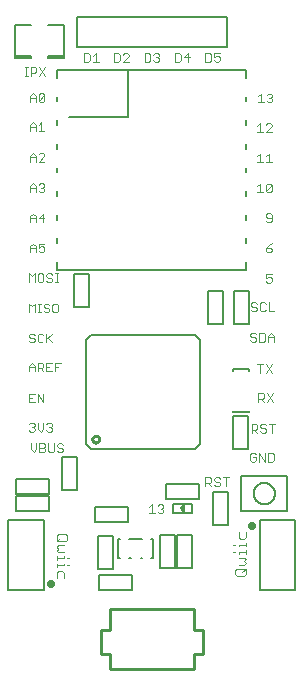
<source format=gbr>
G04 EAGLE Gerber RS-274X export*
G75*
%MOMM*%
%FSLAX34Y34*%
%LPD*%
%AMOC8*
5,1,8,0,0,1.08239X$1,22.5*%
G01*
%ADD10C,0.076200*%
%ADD11C,0.101600*%
%ADD12C,0.127000*%
%ADD13C,0.203200*%
%ADD14C,0.254000*%
%ADD15C,0.200000*%
%ADD16C,0.152400*%
%ADD17C,0.718419*%


D10*
X219601Y217805D02*
X219601Y225177D01*
X223287Y225177D01*
X224516Y223949D01*
X224516Y221491D01*
X223287Y220262D01*
X219601Y220262D01*
X222058Y220262D02*
X224516Y217805D01*
X232000Y217805D02*
X227085Y225177D01*
X232000Y225177D02*
X227085Y217805D01*
X219093Y476212D02*
X221550Y478669D01*
X221550Y471297D01*
X219093Y471297D02*
X224008Y471297D01*
X226577Y477441D02*
X227806Y478669D01*
X230263Y478669D01*
X231492Y477441D01*
X231492Y476212D01*
X230263Y474983D01*
X229034Y474983D01*
X230263Y474983D02*
X231492Y473754D01*
X231492Y472526D01*
X230263Y471297D01*
X227806Y471297D01*
X226577Y472526D01*
X221042Y453523D02*
X218585Y451066D01*
X221042Y453523D02*
X221042Y446151D01*
X218585Y446151D02*
X223500Y446151D01*
X226069Y446151D02*
X230984Y446151D01*
X226069Y446151D02*
X230984Y451066D01*
X230984Y452295D01*
X229755Y453523D01*
X227298Y453523D01*
X226069Y452295D01*
X221042Y427869D02*
X218585Y425412D01*
X221042Y427869D02*
X221042Y420497D01*
X218585Y420497D02*
X223500Y420497D01*
X226069Y425412D02*
X228526Y427869D01*
X228526Y420497D01*
X226069Y420497D02*
X230984Y420497D01*
X221042Y402469D02*
X218585Y400012D01*
X221042Y402469D02*
X221042Y395097D01*
X218585Y395097D02*
X223500Y395097D01*
X226069Y396326D02*
X226069Y401241D01*
X227298Y402469D01*
X229755Y402469D01*
X230984Y401241D01*
X230984Y396326D01*
X229755Y395097D01*
X227298Y395097D01*
X226069Y396326D01*
X230984Y401241D01*
X226069Y371180D02*
X227298Y369951D01*
X229755Y369951D01*
X230984Y371180D01*
X230984Y376095D01*
X229755Y377323D01*
X227298Y377323D01*
X226069Y376095D01*
X226069Y374866D01*
X227298Y373637D01*
X230984Y373637D01*
X230984Y351923D02*
X228526Y350695D01*
X226069Y348237D01*
X226069Y345780D01*
X227298Y344551D01*
X229755Y344551D01*
X230984Y345780D01*
X230984Y347008D01*
X229755Y348237D01*
X226069Y348237D01*
X226069Y326015D02*
X230984Y326015D01*
X226069Y326015D02*
X226069Y322329D01*
X228526Y323558D01*
X229755Y323558D01*
X230984Y322329D01*
X230984Y319872D01*
X229755Y318643D01*
X227298Y318643D01*
X226069Y319872D01*
X217073Y301885D02*
X218301Y300657D01*
X217073Y301885D02*
X214615Y301885D01*
X213387Y300657D01*
X213387Y299428D01*
X214615Y298199D01*
X217073Y298199D01*
X218301Y296970D01*
X218301Y295742D01*
X217073Y294513D01*
X214615Y294513D01*
X213387Y295742D01*
X224557Y301885D02*
X225786Y300657D01*
X224557Y301885D02*
X222099Y301885D01*
X220871Y300657D01*
X220871Y295742D01*
X222099Y294513D01*
X224557Y294513D01*
X225786Y295742D01*
X228355Y294513D02*
X228355Y301885D01*
X228355Y294513D02*
X233270Y294513D01*
X216565Y275977D02*
X217793Y274749D01*
X216565Y275977D02*
X214107Y275977D01*
X212879Y274749D01*
X212879Y273520D01*
X214107Y272291D01*
X216565Y272291D01*
X217793Y271062D01*
X217793Y269834D01*
X216565Y268605D01*
X214107Y268605D01*
X212879Y269834D01*
X220363Y268605D02*
X220363Y275977D01*
X220363Y268605D02*
X224049Y268605D01*
X225278Y269834D01*
X225278Y274749D01*
X224049Y275977D01*
X220363Y275977D01*
X227847Y273520D02*
X227847Y268605D01*
X227847Y273520D02*
X230304Y275977D01*
X232762Y273520D01*
X232762Y268605D01*
X232762Y272291D02*
X227847Y272291D01*
X221042Y249307D02*
X221042Y241935D01*
X218585Y249307D02*
X223500Y249307D01*
X226069Y249307D02*
X230984Y241935D01*
X226069Y241935D02*
X230984Y249307D01*
X213895Y199015D02*
X213895Y191643D01*
X213895Y199015D02*
X217581Y199015D01*
X218809Y197787D01*
X218809Y195329D01*
X217581Y194100D01*
X213895Y194100D01*
X216352Y194100D02*
X218809Y191643D01*
X225065Y199015D02*
X226294Y197787D01*
X225065Y199015D02*
X222607Y199015D01*
X221379Y197787D01*
X221379Y196558D01*
X222607Y195329D01*
X225065Y195329D01*
X226294Y194100D01*
X226294Y192872D01*
X225065Y191643D01*
X222607Y191643D01*
X221379Y192872D01*
X231320Y191643D02*
X231320Y199015D01*
X228863Y199015D02*
X233778Y199015D01*
X216311Y174377D02*
X217539Y173149D01*
X216311Y174377D02*
X213853Y174377D01*
X212625Y173149D01*
X212625Y168234D01*
X213853Y167005D01*
X216311Y167005D01*
X217539Y168234D01*
X217539Y170691D01*
X215082Y170691D01*
X220109Y167005D02*
X220109Y174377D01*
X225024Y167005D01*
X225024Y174377D01*
X227593Y174377D02*
X227593Y167005D01*
X231279Y167005D01*
X232508Y168234D01*
X232508Y173149D01*
X231279Y174377D01*
X227593Y174377D01*
X174779Y153803D02*
X174779Y146431D01*
X174779Y153803D02*
X178465Y153803D01*
X179693Y152575D01*
X179693Y150117D01*
X178465Y148888D01*
X174779Y148888D01*
X177236Y148888D02*
X179693Y146431D01*
X185949Y153803D02*
X187178Y152575D01*
X185949Y153803D02*
X183491Y153803D01*
X182263Y152575D01*
X182263Y151346D01*
X183491Y150117D01*
X185949Y150117D01*
X187178Y148888D01*
X187178Y147660D01*
X185949Y146431D01*
X183491Y146431D01*
X182263Y147660D01*
X192204Y146431D02*
X192204Y153803D01*
X189747Y153803D02*
X194662Y153803D01*
D11*
X56395Y105664D02*
X50293Y105664D01*
X56395Y105664D02*
X57920Y104139D01*
X57920Y101088D01*
X56395Y99563D01*
X50293Y99563D01*
X48768Y101088D01*
X48768Y104139D01*
X50293Y105664D01*
X51819Y102613D02*
X48768Y99563D01*
X50293Y96309D02*
X54869Y96309D01*
X50293Y96309D02*
X48768Y94784D01*
X50293Y93258D01*
X48768Y91733D01*
X50293Y90208D01*
X54869Y90208D01*
X54869Y86954D02*
X54869Y85428D01*
X48768Y85428D01*
X48768Y83903D02*
X48768Y86954D01*
X57920Y85428D02*
X59445Y85428D01*
X54869Y80717D02*
X54869Y79192D01*
X48768Y79192D01*
X48768Y80717D02*
X48768Y77666D01*
X57920Y79192D02*
X59445Y79192D01*
X54869Y72955D02*
X54869Y68379D01*
X54869Y72955D02*
X53344Y74480D01*
X50293Y74480D01*
X48768Y72955D01*
X48768Y68379D01*
X201416Y70358D02*
X207517Y70358D01*
X201416Y70358D02*
X199890Y71883D01*
X199890Y74934D01*
X201416Y76459D01*
X207517Y76459D01*
X209042Y74934D01*
X209042Y71883D01*
X207517Y70358D01*
X205991Y73409D02*
X209042Y76459D01*
X207517Y79713D02*
X202941Y79713D01*
X207517Y79713D02*
X209042Y81238D01*
X207517Y82764D01*
X209042Y84289D01*
X207517Y85814D01*
X202941Y85814D01*
X202941Y89068D02*
X202941Y90594D01*
X209042Y90594D01*
X209042Y92119D02*
X209042Y89068D01*
X199890Y90594D02*
X198365Y90594D01*
X202941Y95305D02*
X202941Y96830D01*
X209042Y96830D01*
X209042Y95305D02*
X209042Y98356D01*
X199890Y96830D02*
X198365Y96830D01*
X202941Y103067D02*
X202941Y107643D01*
X202941Y103067D02*
X204466Y101542D01*
X207517Y101542D01*
X209042Y103067D01*
X209042Y107643D01*
D10*
X26797Y177590D02*
X26797Y182505D01*
X26797Y177590D02*
X29254Y175133D01*
X31712Y177590D01*
X31712Y182505D01*
X34281Y182505D02*
X34281Y175133D01*
X34281Y182505D02*
X37967Y182505D01*
X39196Y181277D01*
X39196Y180048D01*
X37967Y178819D01*
X39196Y177590D01*
X39196Y176362D01*
X37967Y175133D01*
X34281Y175133D01*
X34281Y178819D02*
X37967Y178819D01*
X41765Y176362D02*
X41765Y182505D01*
X41765Y176362D02*
X42994Y175133D01*
X45451Y175133D01*
X46680Y176362D01*
X46680Y182505D01*
X52936Y182505D02*
X54164Y181277D01*
X52936Y182505D02*
X50478Y182505D01*
X49249Y181277D01*
X49249Y180048D01*
X50478Y178819D01*
X52936Y178819D01*
X54164Y177590D01*
X54164Y176362D01*
X52936Y175133D01*
X50478Y175133D01*
X49249Y176362D01*
X26502Y199777D02*
X25273Y198549D01*
X26502Y199777D02*
X28959Y199777D01*
X30188Y198549D01*
X30188Y197320D01*
X28959Y196091D01*
X27730Y196091D01*
X28959Y196091D02*
X30188Y194862D01*
X30188Y193634D01*
X28959Y192405D01*
X26502Y192405D01*
X25273Y193634D01*
X32757Y194862D02*
X32757Y199777D01*
X32757Y194862D02*
X35215Y192405D01*
X37672Y194862D01*
X37672Y199777D01*
X40241Y198549D02*
X41470Y199777D01*
X43927Y199777D01*
X45156Y198549D01*
X45156Y197320D01*
X43927Y196091D01*
X42699Y196091D01*
X43927Y196091D02*
X45156Y194862D01*
X45156Y193634D01*
X43927Y192405D01*
X41470Y192405D01*
X40241Y193634D01*
X30188Y224669D02*
X25273Y224669D01*
X25273Y217297D01*
X30188Y217297D01*
X27730Y220983D02*
X25273Y220983D01*
X32757Y217297D02*
X32757Y224669D01*
X37672Y217297D01*
X37672Y224669D01*
X25273Y243459D02*
X25273Y248374D01*
X27730Y250831D01*
X30188Y248374D01*
X30188Y243459D01*
X30188Y247145D02*
X25273Y247145D01*
X32757Y243459D02*
X32757Y250831D01*
X36443Y250831D01*
X37672Y249603D01*
X37672Y247145D01*
X36443Y245916D01*
X32757Y245916D01*
X35215Y245916D02*
X37672Y243459D01*
X40241Y250831D02*
X45156Y250831D01*
X40241Y250831D02*
X40241Y243459D01*
X45156Y243459D01*
X42699Y247145D02*
X40241Y247145D01*
X47725Y243459D02*
X47725Y250831D01*
X52640Y250831D01*
X50183Y247145D02*
X47725Y247145D01*
X30188Y274241D02*
X28959Y275469D01*
X26502Y275469D01*
X25273Y274241D01*
X25273Y273012D01*
X26502Y271783D01*
X28959Y271783D01*
X30188Y270554D01*
X30188Y269326D01*
X28959Y268097D01*
X26502Y268097D01*
X25273Y269326D01*
X36443Y275469D02*
X37672Y274241D01*
X36443Y275469D02*
X33986Y275469D01*
X32757Y274241D01*
X32757Y269326D01*
X33986Y268097D01*
X36443Y268097D01*
X37672Y269326D01*
X40241Y268097D02*
X40241Y275469D01*
X40241Y270554D02*
X45156Y275469D01*
X41470Y271783D02*
X45156Y268097D01*
X25273Y293497D02*
X25273Y300869D01*
X27730Y298412D01*
X30188Y300869D01*
X30188Y293497D01*
X32757Y293497D02*
X35215Y293497D01*
X33986Y293497D02*
X33986Y300869D01*
X32757Y300869D02*
X35215Y300869D01*
X41433Y300869D02*
X42661Y299641D01*
X41433Y300869D02*
X38975Y300869D01*
X37747Y299641D01*
X37747Y298412D01*
X38975Y297183D01*
X41433Y297183D01*
X42661Y295954D01*
X42661Y294726D01*
X41433Y293497D01*
X38975Y293497D01*
X37747Y294726D01*
X46459Y300869D02*
X48917Y300869D01*
X46459Y300869D02*
X45231Y299641D01*
X45231Y294726D01*
X46459Y293497D01*
X48917Y293497D01*
X50146Y294726D01*
X50146Y299641D01*
X48917Y300869D01*
X25273Y319151D02*
X25273Y326523D01*
X27730Y324066D01*
X30188Y326523D01*
X30188Y319151D01*
X33986Y326523D02*
X36443Y326523D01*
X33986Y326523D02*
X32757Y325295D01*
X32757Y320380D01*
X33986Y319151D01*
X36443Y319151D01*
X37672Y320380D01*
X37672Y325295D01*
X36443Y326523D01*
X43927Y326523D02*
X45156Y325295D01*
X43927Y326523D02*
X41470Y326523D01*
X40241Y325295D01*
X40241Y324066D01*
X41470Y322837D01*
X43927Y322837D01*
X45156Y321608D01*
X45156Y320380D01*
X43927Y319151D01*
X41470Y319151D01*
X40241Y320380D01*
X47725Y319151D02*
X50183Y319151D01*
X48954Y319151D02*
X48954Y326523D01*
X47725Y326523D02*
X50183Y326523D01*
X26035Y344297D02*
X26035Y349212D01*
X28492Y351669D01*
X30950Y349212D01*
X30950Y344297D01*
X30950Y347983D02*
X26035Y347983D01*
X33519Y351669D02*
X38434Y351669D01*
X33519Y351669D02*
X33519Y347983D01*
X35977Y349212D01*
X37205Y349212D01*
X38434Y347983D01*
X38434Y345526D01*
X37205Y344297D01*
X34748Y344297D01*
X33519Y345526D01*
X26035Y369697D02*
X26035Y374612D01*
X28492Y377069D01*
X30950Y374612D01*
X30950Y369697D01*
X30950Y373383D02*
X26035Y373383D01*
X37205Y369697D02*
X37205Y377069D01*
X33519Y373383D01*
X38434Y373383D01*
X26035Y395351D02*
X26035Y400266D01*
X28492Y402723D01*
X30950Y400266D01*
X30950Y395351D01*
X30950Y399037D02*
X26035Y399037D01*
X33519Y401495D02*
X34748Y402723D01*
X37205Y402723D01*
X38434Y401495D01*
X38434Y400266D01*
X37205Y399037D01*
X35977Y399037D01*
X37205Y399037D02*
X38434Y397808D01*
X38434Y396580D01*
X37205Y395351D01*
X34748Y395351D01*
X33519Y396580D01*
X26035Y421005D02*
X26035Y425920D01*
X28492Y428377D01*
X30950Y425920D01*
X30950Y421005D01*
X30950Y424691D02*
X26035Y424691D01*
X33519Y421005D02*
X38434Y421005D01*
X33519Y421005D02*
X38434Y425920D01*
X38434Y427149D01*
X37205Y428377D01*
X34748Y428377D01*
X33519Y427149D01*
X26035Y446913D02*
X26035Y451828D01*
X28492Y454285D01*
X30950Y451828D01*
X30950Y446913D01*
X30950Y450599D02*
X26035Y450599D01*
X33519Y451828D02*
X35977Y454285D01*
X35977Y446913D01*
X38434Y446913D02*
X33519Y446913D01*
X26035Y471551D02*
X26035Y476466D01*
X28492Y478923D01*
X30950Y476466D01*
X30950Y471551D01*
X30950Y475237D02*
X26035Y475237D01*
X33519Y472780D02*
X33519Y477695D01*
X34748Y478923D01*
X37205Y478923D01*
X38434Y477695D01*
X38434Y472780D01*
X37205Y471551D01*
X34748Y471551D01*
X33519Y472780D01*
X38434Y477695D01*
X24174Y493903D02*
X21717Y493903D01*
X22946Y493903D02*
X22946Y501275D01*
X24174Y501275D02*
X21717Y501275D01*
X26706Y501275D02*
X26706Y493903D01*
X26706Y501275D02*
X30393Y501275D01*
X31621Y500047D01*
X31621Y497589D01*
X30393Y496360D01*
X26706Y496360D01*
X34191Y501275D02*
X39105Y493903D01*
X34191Y493903D02*
X39105Y501275D01*
X72009Y505587D02*
X72009Y512959D01*
X72009Y505587D02*
X75695Y505587D01*
X76924Y506816D01*
X76924Y511731D01*
X75695Y512959D01*
X72009Y512959D01*
X79493Y510502D02*
X81951Y512959D01*
X81951Y505587D01*
X84408Y505587D02*
X79493Y505587D01*
X97409Y505587D02*
X97409Y512959D01*
X97409Y505587D02*
X101095Y505587D01*
X102324Y506816D01*
X102324Y511731D01*
X101095Y512959D01*
X97409Y512959D01*
X104893Y505587D02*
X109808Y505587D01*
X104893Y505587D02*
X109808Y510502D01*
X109808Y511731D01*
X108579Y512959D01*
X106122Y512959D01*
X104893Y511731D01*
X123317Y512959D02*
X123317Y505587D01*
X127003Y505587D01*
X128232Y506816D01*
X128232Y511731D01*
X127003Y512959D01*
X123317Y512959D01*
X130801Y511731D02*
X132030Y512959D01*
X134487Y512959D01*
X135716Y511731D01*
X135716Y510502D01*
X134487Y509273D01*
X133259Y509273D01*
X134487Y509273D02*
X135716Y508044D01*
X135716Y506816D01*
X134487Y505587D01*
X132030Y505587D01*
X130801Y506816D01*
X148971Y505587D02*
X148971Y512959D01*
X148971Y505587D02*
X152657Y505587D01*
X153886Y506816D01*
X153886Y511731D01*
X152657Y512959D01*
X148971Y512959D01*
X160141Y512959D02*
X160141Y505587D01*
X156455Y509273D02*
X160141Y512959D01*
X161370Y509273D02*
X156455Y509273D01*
X174625Y512959D02*
X174625Y505587D01*
X178311Y505587D01*
X179540Y506816D01*
X179540Y511731D01*
X178311Y512959D01*
X174625Y512959D01*
X182109Y512959D02*
X187024Y512959D01*
X182109Y512959D02*
X182109Y509273D01*
X184567Y510502D01*
X185795Y510502D01*
X187024Y509273D01*
X187024Y506816D01*
X185795Y505587D01*
X183338Y505587D01*
X182109Y506816D01*
X129330Y130943D02*
X126873Y128486D01*
X129330Y130943D02*
X129330Y123571D01*
X126873Y123571D02*
X131788Y123571D01*
X134357Y129715D02*
X135586Y130943D01*
X138043Y130943D01*
X139272Y129715D01*
X139272Y128486D01*
X138043Y127257D01*
X136815Y127257D01*
X138043Y127257D02*
X139272Y126028D01*
X139272Y124800D01*
X138043Y123571D01*
X135586Y123571D01*
X134357Y124800D01*
D12*
X112550Y71040D02*
X84610Y71040D01*
X112550Y71040D02*
X112550Y58340D01*
X84610Y58340D01*
X84610Y71040D01*
X81378Y128292D02*
X109318Y128292D01*
X109318Y115592D01*
X81378Y115592D01*
X81378Y128292D01*
X53170Y143210D02*
X53170Y171150D01*
X65870Y171150D01*
X65870Y143210D01*
X53170Y143210D01*
X76004Y297938D02*
X76004Y325878D01*
X76004Y297938D02*
X63304Y297938D01*
X63304Y325878D01*
X76004Y325878D01*
X147448Y123508D02*
X163448Y123508D01*
X147448Y123508D02*
X147448Y131508D01*
X163448Y131508D01*
X163448Y123508D01*
X156718Y123698D02*
X156718Y131318D01*
X155448Y129413D01*
X154178Y127508D01*
X155448Y125603D01*
X156718Y123698D01*
X156083Y124968D02*
X156083Y130048D01*
X155448Y129413D02*
X155448Y125603D01*
D13*
X77920Y178060D02*
X73920Y182060D01*
X73920Y270060D01*
X77920Y274060D01*
X165920Y274060D01*
X169920Y270060D01*
X169920Y182060D01*
X165920Y178060D01*
X77920Y178060D01*
D14*
X79093Y186060D02*
X79095Y186166D01*
X79101Y186271D01*
X79111Y186377D01*
X79125Y186481D01*
X79142Y186586D01*
X79164Y186689D01*
X79189Y186792D01*
X79219Y186893D01*
X79252Y186994D01*
X79288Y187093D01*
X79329Y187190D01*
X79373Y187287D01*
X79421Y187381D01*
X79472Y187474D01*
X79526Y187564D01*
X79584Y187653D01*
X79645Y187739D01*
X79710Y187823D01*
X79777Y187904D01*
X79848Y187983D01*
X79921Y188059D01*
X79997Y188132D01*
X80076Y188203D01*
X80157Y188270D01*
X80241Y188335D01*
X80327Y188396D01*
X80416Y188454D01*
X80507Y188508D01*
X80599Y188559D01*
X80693Y188607D01*
X80790Y188651D01*
X80887Y188692D01*
X80986Y188728D01*
X81087Y188761D01*
X81188Y188791D01*
X81291Y188816D01*
X81394Y188838D01*
X81499Y188855D01*
X81603Y188869D01*
X81709Y188879D01*
X81814Y188885D01*
X81920Y188887D01*
X82026Y188885D01*
X82131Y188879D01*
X82237Y188869D01*
X82341Y188855D01*
X82446Y188838D01*
X82549Y188816D01*
X82652Y188791D01*
X82753Y188761D01*
X82854Y188728D01*
X82953Y188692D01*
X83050Y188651D01*
X83147Y188607D01*
X83241Y188559D01*
X83334Y188508D01*
X83424Y188454D01*
X83513Y188396D01*
X83599Y188335D01*
X83683Y188270D01*
X83764Y188203D01*
X83843Y188132D01*
X83919Y188059D01*
X83992Y187983D01*
X84063Y187904D01*
X84130Y187823D01*
X84195Y187739D01*
X84256Y187653D01*
X84314Y187564D01*
X84368Y187473D01*
X84419Y187381D01*
X84467Y187287D01*
X84511Y187190D01*
X84552Y187093D01*
X84588Y186994D01*
X84621Y186893D01*
X84651Y186792D01*
X84676Y186689D01*
X84698Y186586D01*
X84715Y186481D01*
X84729Y186377D01*
X84739Y186271D01*
X84745Y186166D01*
X84747Y186060D01*
X84745Y185954D01*
X84739Y185849D01*
X84729Y185743D01*
X84715Y185639D01*
X84698Y185534D01*
X84676Y185431D01*
X84651Y185328D01*
X84621Y185227D01*
X84588Y185126D01*
X84552Y185027D01*
X84511Y184930D01*
X84467Y184833D01*
X84419Y184739D01*
X84368Y184646D01*
X84314Y184556D01*
X84256Y184467D01*
X84195Y184381D01*
X84130Y184297D01*
X84063Y184216D01*
X83992Y184137D01*
X83919Y184061D01*
X83843Y183988D01*
X83764Y183917D01*
X83683Y183850D01*
X83599Y183785D01*
X83513Y183724D01*
X83424Y183666D01*
X83333Y183612D01*
X83241Y183561D01*
X83147Y183513D01*
X83050Y183469D01*
X82953Y183428D01*
X82854Y183392D01*
X82753Y183359D01*
X82652Y183329D01*
X82549Y183304D01*
X82446Y183282D01*
X82341Y183265D01*
X82237Y183251D01*
X82131Y183241D01*
X82026Y183235D01*
X81920Y183233D01*
X81814Y183235D01*
X81709Y183241D01*
X81603Y183251D01*
X81499Y183265D01*
X81394Y183282D01*
X81291Y183304D01*
X81188Y183329D01*
X81087Y183359D01*
X80986Y183392D01*
X80887Y183428D01*
X80790Y183469D01*
X80693Y183513D01*
X80599Y183561D01*
X80506Y183612D01*
X80416Y183666D01*
X80327Y183724D01*
X80241Y183785D01*
X80157Y183850D01*
X80076Y183917D01*
X79997Y183988D01*
X79921Y184061D01*
X79848Y184137D01*
X79777Y184216D01*
X79710Y184297D01*
X79645Y184381D01*
X79584Y184467D01*
X79526Y184556D01*
X79472Y184647D01*
X79421Y184739D01*
X79373Y184833D01*
X79329Y184930D01*
X79288Y185027D01*
X79252Y185126D01*
X79219Y185227D01*
X79189Y185328D01*
X79164Y185431D01*
X79142Y185534D01*
X79125Y185639D01*
X79111Y185743D01*
X79101Y185849D01*
X79095Y185954D01*
X79093Y186060D01*
X93740Y42164D02*
X164860Y42164D01*
X164860Y24384D01*
X172480Y24384D01*
X172480Y4064D01*
X164860Y4064D01*
X164860Y-8636D01*
X93740Y-8636D01*
X93740Y4064D01*
X86120Y4064D01*
X86120Y24384D01*
X93740Y24384D01*
X93740Y42164D01*
D13*
X211478Y208822D02*
X211478Y209822D01*
X211478Y208822D02*
X198478Y208822D01*
X198478Y209822D01*
X198478Y243822D02*
X198478Y245322D01*
X211478Y245322D01*
X211478Y243822D01*
D12*
X136090Y105100D02*
X136090Y77160D01*
X136090Y105100D02*
X148790Y105100D01*
X148790Y77160D01*
X136090Y77160D01*
X151010Y77270D02*
X151010Y105210D01*
X163710Y105210D01*
X163710Y77270D01*
X151010Y77270D01*
X96430Y76550D02*
X96430Y104490D01*
X96430Y76550D02*
X83730Y76550D01*
X83730Y104490D01*
X96430Y104490D01*
X198606Y283528D02*
X198606Y311468D01*
X211306Y311468D01*
X211306Y283528D01*
X198606Y283528D01*
X193770Y141200D02*
X193770Y113260D01*
X181070Y113260D01*
X181070Y141200D01*
X193770Y141200D01*
X169418Y135636D02*
X141478Y135636D01*
X141478Y148336D01*
X169418Y148336D01*
X169418Y135636D01*
D15*
X209300Y499020D02*
X49300Y499020D01*
X49300Y329020D02*
X209300Y329020D01*
X49300Y492020D02*
X49300Y499020D01*
X209300Y499020D02*
X209300Y492020D01*
X49300Y336020D02*
X49300Y329020D01*
X209300Y329020D02*
X209300Y336020D01*
X49300Y472020D02*
X49300Y476020D01*
X209300Y476020D02*
X209300Y472020D01*
X209300Y456020D02*
X209300Y452020D01*
X209300Y436020D02*
X209300Y432020D01*
X209300Y416020D02*
X209300Y412020D01*
X209300Y396020D02*
X209300Y392020D01*
X209300Y376020D02*
X209300Y372020D01*
X209300Y356020D02*
X209300Y352020D01*
X49300Y452020D02*
X49300Y456020D01*
X49300Y436020D02*
X49300Y432020D01*
X49300Y416020D02*
X49300Y412020D01*
X49300Y396020D02*
X49300Y392020D01*
X49300Y376020D02*
X49300Y372020D01*
X49300Y356020D02*
X49300Y352020D01*
X109300Y459020D02*
X109300Y499020D01*
X109300Y459020D02*
X59300Y459020D01*
D16*
X130170Y101854D02*
X130170Y85646D01*
X101170Y85646D02*
X101170Y101854D01*
X110446Y101854D02*
X120894Y101854D01*
X111394Y85646D02*
X110446Y85646D01*
X119946Y85646D02*
X120894Y85646D01*
X102394Y85646D02*
X101170Y85646D01*
X128946Y85646D02*
X130170Y85646D01*
X130170Y101854D02*
X128946Y101854D01*
X102394Y101854D02*
X101170Y101854D01*
D13*
X55230Y510710D02*
X41230Y510710D01*
X55230Y510710D02*
X55230Y536710D01*
X13230Y536710D02*
X13230Y510710D01*
X27230Y510710D01*
X41230Y536710D02*
X55230Y536710D01*
X27230Y536710D02*
X13230Y536710D01*
X41230Y509710D02*
X54230Y509710D01*
X27230Y509710D02*
X14230Y509710D01*
X41230Y508710D02*
X55230Y508710D01*
X27230Y508710D02*
X13230Y508710D01*
X55230Y508710D02*
X55230Y510710D01*
X41230Y510710D02*
X41230Y508710D01*
X27230Y508710D02*
X27230Y510710D01*
X13230Y510710D02*
X13230Y508710D01*
D12*
X65800Y518240D02*
X65800Y543640D01*
X192800Y543640D01*
X192800Y518240D01*
X65800Y518240D01*
X42360Y125490D02*
X14420Y125490D01*
X14420Y138190D01*
X42360Y138190D01*
X42360Y125490D01*
X42150Y139870D02*
X14210Y139870D01*
X14210Y152570D01*
X42150Y152570D01*
X42150Y139870D01*
D15*
X220600Y118000D02*
X250600Y118000D01*
X250600Y58000D01*
X220600Y58000D01*
X220600Y118000D01*
D17*
X214282Y112384D03*
D15*
X38000Y58000D02*
X8000Y58000D01*
X8000Y118000D01*
X38000Y118000D01*
X38000Y58000D01*
D17*
X44318Y63616D03*
D15*
X205120Y154640D02*
X244120Y154640D01*
X244120Y125640D01*
X205120Y125640D01*
X205120Y154640D01*
X215620Y140140D02*
X215623Y140361D01*
X215631Y140582D01*
X215644Y140802D01*
X215663Y141022D01*
X215688Y141242D01*
X215717Y141461D01*
X215753Y141679D01*
X215793Y141896D01*
X215839Y142112D01*
X215890Y142327D01*
X215946Y142540D01*
X216008Y142753D01*
X216074Y142963D01*
X216146Y143172D01*
X216223Y143379D01*
X216305Y143584D01*
X216392Y143787D01*
X216484Y143988D01*
X216581Y144187D01*
X216683Y144383D01*
X216789Y144576D01*
X216900Y144767D01*
X217016Y144955D01*
X217137Y145140D01*
X217262Y145322D01*
X217391Y145501D01*
X217525Y145677D01*
X217663Y145850D01*
X217805Y146019D01*
X217951Y146184D01*
X218102Y146346D01*
X218256Y146504D01*
X218414Y146658D01*
X218576Y146809D01*
X218741Y146955D01*
X218910Y147097D01*
X219083Y147235D01*
X219259Y147369D01*
X219438Y147498D01*
X219620Y147623D01*
X219805Y147744D01*
X219993Y147860D01*
X220184Y147971D01*
X220377Y148077D01*
X220573Y148179D01*
X220772Y148276D01*
X220973Y148368D01*
X221176Y148455D01*
X221381Y148537D01*
X221588Y148614D01*
X221797Y148686D01*
X222007Y148752D01*
X222220Y148814D01*
X222433Y148870D01*
X222648Y148921D01*
X222864Y148967D01*
X223081Y149007D01*
X223299Y149043D01*
X223518Y149072D01*
X223738Y149097D01*
X223958Y149116D01*
X224178Y149129D01*
X224399Y149137D01*
X224620Y149140D01*
X224841Y149137D01*
X225062Y149129D01*
X225282Y149116D01*
X225502Y149097D01*
X225722Y149072D01*
X225941Y149043D01*
X226159Y149007D01*
X226376Y148967D01*
X226592Y148921D01*
X226807Y148870D01*
X227020Y148814D01*
X227233Y148752D01*
X227443Y148686D01*
X227652Y148614D01*
X227859Y148537D01*
X228064Y148455D01*
X228267Y148368D01*
X228468Y148276D01*
X228667Y148179D01*
X228863Y148077D01*
X229056Y147971D01*
X229247Y147860D01*
X229435Y147744D01*
X229620Y147623D01*
X229802Y147498D01*
X229981Y147369D01*
X230157Y147235D01*
X230330Y147097D01*
X230499Y146955D01*
X230664Y146809D01*
X230826Y146658D01*
X230984Y146504D01*
X231138Y146346D01*
X231289Y146184D01*
X231435Y146019D01*
X231577Y145850D01*
X231715Y145677D01*
X231849Y145501D01*
X231978Y145322D01*
X232103Y145140D01*
X232224Y144955D01*
X232340Y144767D01*
X232451Y144576D01*
X232557Y144383D01*
X232659Y144187D01*
X232756Y143988D01*
X232848Y143787D01*
X232935Y143584D01*
X233017Y143379D01*
X233094Y143172D01*
X233166Y142963D01*
X233232Y142753D01*
X233294Y142540D01*
X233350Y142327D01*
X233401Y142112D01*
X233447Y141896D01*
X233487Y141679D01*
X233523Y141461D01*
X233552Y141242D01*
X233577Y141022D01*
X233596Y140802D01*
X233609Y140582D01*
X233617Y140361D01*
X233620Y140140D01*
X233617Y139919D01*
X233609Y139698D01*
X233596Y139478D01*
X233577Y139258D01*
X233552Y139038D01*
X233523Y138819D01*
X233487Y138601D01*
X233447Y138384D01*
X233401Y138168D01*
X233350Y137953D01*
X233294Y137740D01*
X233232Y137527D01*
X233166Y137317D01*
X233094Y137108D01*
X233017Y136901D01*
X232935Y136696D01*
X232848Y136493D01*
X232756Y136292D01*
X232659Y136093D01*
X232557Y135897D01*
X232451Y135704D01*
X232340Y135513D01*
X232224Y135325D01*
X232103Y135140D01*
X231978Y134958D01*
X231849Y134779D01*
X231715Y134603D01*
X231577Y134430D01*
X231435Y134261D01*
X231289Y134096D01*
X231138Y133934D01*
X230984Y133776D01*
X230826Y133622D01*
X230664Y133471D01*
X230499Y133325D01*
X230330Y133183D01*
X230157Y133045D01*
X229981Y132911D01*
X229802Y132782D01*
X229620Y132657D01*
X229435Y132536D01*
X229247Y132420D01*
X229056Y132309D01*
X228863Y132203D01*
X228667Y132101D01*
X228468Y132004D01*
X228267Y131912D01*
X228064Y131825D01*
X227859Y131743D01*
X227652Y131666D01*
X227443Y131594D01*
X227233Y131528D01*
X227020Y131466D01*
X226807Y131410D01*
X226592Y131359D01*
X226376Y131313D01*
X226159Y131273D01*
X225941Y131237D01*
X225722Y131208D01*
X225502Y131183D01*
X225282Y131164D01*
X225062Y131151D01*
X224841Y131143D01*
X224620Y131140D01*
X224399Y131143D01*
X224178Y131151D01*
X223958Y131164D01*
X223738Y131183D01*
X223518Y131208D01*
X223299Y131237D01*
X223081Y131273D01*
X222864Y131313D01*
X222648Y131359D01*
X222433Y131410D01*
X222220Y131466D01*
X222007Y131528D01*
X221797Y131594D01*
X221588Y131666D01*
X221381Y131743D01*
X221176Y131825D01*
X220973Y131912D01*
X220772Y132004D01*
X220573Y132101D01*
X220377Y132203D01*
X220184Y132309D01*
X219993Y132420D01*
X219805Y132536D01*
X219620Y132657D01*
X219438Y132782D01*
X219259Y132911D01*
X219083Y133045D01*
X218910Y133183D01*
X218741Y133325D01*
X218576Y133471D01*
X218414Y133622D01*
X218256Y133776D01*
X218102Y133934D01*
X217951Y134096D01*
X217805Y134261D01*
X217663Y134430D01*
X217525Y134603D01*
X217391Y134779D01*
X217262Y134958D01*
X217137Y135140D01*
X217016Y135325D01*
X216900Y135513D01*
X216789Y135704D01*
X216683Y135897D01*
X216581Y136093D01*
X216484Y136292D01*
X216392Y136493D01*
X216305Y136696D01*
X216223Y136901D01*
X216146Y137108D01*
X216074Y137317D01*
X216008Y137527D01*
X215946Y137740D01*
X215890Y137953D01*
X215839Y138168D01*
X215793Y138384D01*
X215753Y138601D01*
X215717Y138819D01*
X215688Y139038D01*
X215663Y139258D01*
X215644Y139478D01*
X215631Y139698D01*
X215623Y139919D01*
X215620Y140140D01*
D12*
X198558Y177790D02*
X198558Y205730D01*
X211258Y205730D01*
X211258Y177790D01*
X198558Y177790D01*
X176854Y283704D02*
X176854Y311644D01*
X189554Y311644D01*
X189554Y283704D01*
X176854Y283704D01*
M02*

</source>
